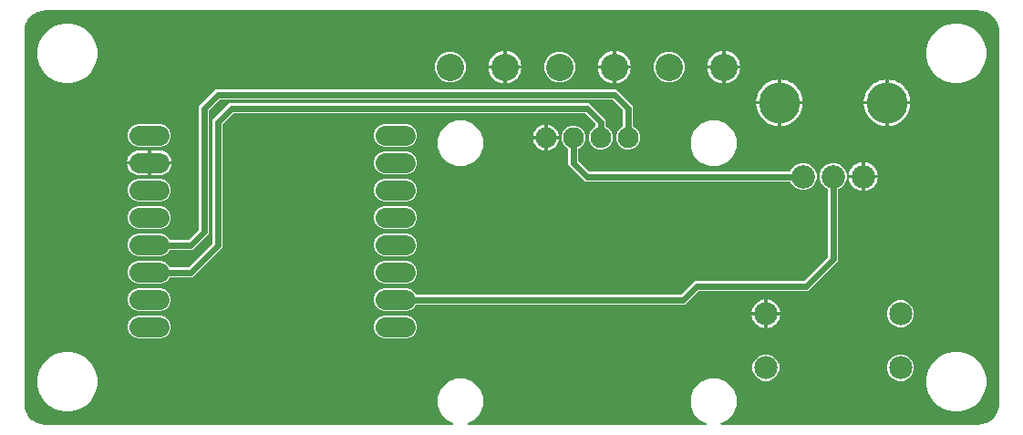
<source format=gbr>
G04 EAGLE Gerber RS-274X export*
G75*
%MOMM*%
%FSLAX34Y34*%
%LPD*%
%INBottom Copper*%
%IPPOS*%
%AMOC8*
5,1,8,0,0,1.08239X$1,22.5*%
G01*
%ADD10C,2.159000*%
%ADD11C,3.810000*%
%ADD12C,2.184400*%
%ADD13C,1.930400*%
%ADD14C,1.828800*%
%ADD15C,2.540000*%
%ADD16C,0.609600*%

G36*
X408724Y10938D02*
X408724Y10938D01*
X408821Y10948D01*
X408845Y10958D01*
X408871Y10962D01*
X408957Y11008D01*
X409046Y11048D01*
X409065Y11065D01*
X409088Y11078D01*
X409155Y11148D01*
X409227Y11214D01*
X409239Y11237D01*
X409257Y11256D01*
X409298Y11344D01*
X409345Y11430D01*
X409350Y11455D01*
X409361Y11479D01*
X409372Y11576D01*
X409389Y11672D01*
X409385Y11698D01*
X409388Y11723D01*
X409368Y11819D01*
X409353Y11915D01*
X409342Y11938D01*
X409336Y11964D01*
X409286Y12047D01*
X409242Y12134D01*
X409223Y12153D01*
X409210Y12175D01*
X409136Y12238D01*
X409066Y12306D01*
X409038Y12322D01*
X409023Y12335D01*
X408992Y12347D01*
X408919Y12387D01*
X403913Y14461D01*
X397961Y20413D01*
X394739Y28191D01*
X394739Y36609D01*
X397961Y44387D01*
X403913Y50339D01*
X411691Y53561D01*
X420109Y53561D01*
X427887Y50339D01*
X433839Y44387D01*
X437061Y36609D01*
X437061Y28191D01*
X433839Y20413D01*
X427887Y14461D01*
X422881Y12387D01*
X422798Y12336D01*
X422712Y12290D01*
X422694Y12271D01*
X422672Y12258D01*
X422610Y12183D01*
X422543Y12112D01*
X422532Y12088D01*
X422515Y12068D01*
X422480Y11977D01*
X422439Y11889D01*
X422436Y11863D01*
X422427Y11839D01*
X422423Y11741D01*
X422412Y11645D01*
X422417Y11619D01*
X422416Y11593D01*
X422443Y11499D01*
X422464Y11404D01*
X422477Y11382D01*
X422485Y11357D01*
X422540Y11277D01*
X422590Y11193D01*
X422610Y11176D01*
X422625Y11155D01*
X422703Y11096D01*
X422777Y11033D01*
X422801Y11023D01*
X422822Y11008D01*
X422915Y10978D01*
X423005Y10941D01*
X423038Y10938D01*
X423056Y10932D01*
X423089Y10932D01*
X423172Y10923D01*
X643628Y10923D01*
X643724Y10938D01*
X643821Y10948D01*
X643845Y10958D01*
X643871Y10962D01*
X643957Y11008D01*
X644046Y11048D01*
X644065Y11065D01*
X644088Y11078D01*
X644155Y11148D01*
X644227Y11214D01*
X644239Y11237D01*
X644257Y11256D01*
X644298Y11344D01*
X644345Y11430D01*
X644350Y11455D01*
X644361Y11479D01*
X644372Y11576D01*
X644389Y11672D01*
X644385Y11698D01*
X644388Y11723D01*
X644368Y11819D01*
X644353Y11915D01*
X644342Y11938D01*
X644336Y11964D01*
X644286Y12047D01*
X644242Y12134D01*
X644223Y12153D01*
X644210Y12175D01*
X644136Y12238D01*
X644066Y12306D01*
X644038Y12322D01*
X644023Y12335D01*
X643992Y12347D01*
X643919Y12387D01*
X638913Y14461D01*
X632961Y20413D01*
X629739Y28191D01*
X629739Y36609D01*
X632961Y44387D01*
X638913Y50339D01*
X646691Y53561D01*
X655109Y53561D01*
X662887Y50339D01*
X668839Y44387D01*
X672061Y36609D01*
X672061Y28191D01*
X668839Y20413D01*
X662887Y14461D01*
X657881Y12387D01*
X657798Y12336D01*
X657712Y12290D01*
X657694Y12271D01*
X657672Y12258D01*
X657610Y12183D01*
X657543Y12112D01*
X657532Y12088D01*
X657515Y12068D01*
X657480Y11977D01*
X657439Y11889D01*
X657436Y11863D01*
X657427Y11839D01*
X657423Y11741D01*
X657412Y11645D01*
X657417Y11619D01*
X657416Y11593D01*
X657443Y11499D01*
X657464Y11404D01*
X657477Y11382D01*
X657485Y11357D01*
X657540Y11277D01*
X657590Y11193D01*
X657610Y11176D01*
X657625Y11155D01*
X657703Y11096D01*
X657777Y11033D01*
X657801Y11023D01*
X657822Y11008D01*
X657915Y10978D01*
X658005Y10941D01*
X658038Y10938D01*
X658056Y10932D01*
X658089Y10932D01*
X658172Y10923D01*
X897100Y10923D01*
X897119Y10926D01*
X897150Y10924D01*
X899540Y11081D01*
X899564Y11086D01*
X899688Y11105D01*
X904306Y12343D01*
X904321Y12349D01*
X904336Y12352D01*
X904490Y12419D01*
X908631Y14810D01*
X908643Y14820D01*
X908657Y14826D01*
X908727Y14881D01*
X908732Y14884D01*
X908737Y14889D01*
X908788Y14931D01*
X912169Y18312D01*
X912179Y18324D01*
X912191Y18334D01*
X912290Y18469D01*
X914681Y22610D01*
X914687Y22625D01*
X914696Y22637D01*
X914757Y22794D01*
X915995Y27412D01*
X915997Y27436D01*
X916019Y27559D01*
X916176Y29950D01*
X916174Y29969D01*
X916177Y30000D01*
X916177Y376400D01*
X916174Y376418D01*
X916176Y376450D01*
X916019Y378840D01*
X916014Y378864D01*
X915995Y378988D01*
X914757Y383606D01*
X914751Y383621D01*
X914748Y383636D01*
X914681Y383790D01*
X912290Y387931D01*
X912280Y387943D01*
X912274Y387957D01*
X912169Y388088D01*
X908788Y391469D01*
X908776Y391479D01*
X908766Y391491D01*
X908631Y391590D01*
X904490Y393981D01*
X904475Y393987D01*
X904463Y393996D01*
X904327Y394049D01*
X904314Y394055D01*
X904311Y394055D01*
X904306Y394057D01*
X899688Y395295D01*
X899664Y395297D01*
X899541Y395319D01*
X897150Y395476D01*
X897131Y395474D01*
X897100Y395477D01*
X30000Y395477D01*
X29981Y395474D01*
X29950Y395476D01*
X27560Y395319D01*
X27536Y395314D01*
X27412Y395295D01*
X22794Y394057D01*
X22779Y394051D01*
X22764Y394048D01*
X22610Y393981D01*
X18469Y391590D01*
X18457Y391580D01*
X18443Y391574D01*
X18312Y391469D01*
X14931Y388088D01*
X14921Y388076D01*
X14909Y388066D01*
X14810Y387931D01*
X12419Y383790D01*
X12413Y383775D01*
X12404Y383763D01*
X12343Y383606D01*
X11105Y378988D01*
X11103Y378964D01*
X11081Y378840D01*
X10924Y376450D01*
X10926Y376431D01*
X10923Y376400D01*
X10923Y30000D01*
X10926Y29981D01*
X10924Y29950D01*
X11081Y27560D01*
X11086Y27536D01*
X11105Y27412D01*
X12343Y22794D01*
X12349Y22779D01*
X12352Y22764D01*
X12419Y22610D01*
X14810Y18469D01*
X14820Y18457D01*
X14826Y18443D01*
X14931Y18312D01*
X18312Y14931D01*
X18324Y14921D01*
X18334Y14909D01*
X18469Y14810D01*
X22610Y12419D01*
X22625Y12413D01*
X22637Y12404D01*
X22794Y12343D01*
X27412Y11105D01*
X27436Y11103D01*
X27560Y11081D01*
X29950Y10924D01*
X29969Y10926D01*
X30000Y10923D01*
X408628Y10923D01*
X408724Y10938D01*
G37*
%LPC*%
G36*
X115734Y167131D02*
X115734Y167131D01*
X111813Y168755D01*
X108811Y171757D01*
X107187Y175678D01*
X107187Y179922D01*
X108811Y183843D01*
X111813Y186845D01*
X115734Y188469D01*
X138266Y188469D01*
X142187Y186845D01*
X145189Y183843D01*
X145603Y182843D01*
X145665Y182743D01*
X145725Y182643D01*
X145729Y182639D01*
X145733Y182634D01*
X145823Y182559D01*
X145911Y182483D01*
X145917Y182481D01*
X145922Y182477D01*
X146031Y182435D01*
X146140Y182391D01*
X146147Y182390D01*
X146152Y182389D01*
X146170Y182388D01*
X146306Y182373D01*
X162891Y182373D01*
X162981Y182387D01*
X163072Y182395D01*
X163101Y182407D01*
X163133Y182412D01*
X163214Y182455D01*
X163298Y182491D01*
X163330Y182517D01*
X163351Y182528D01*
X163373Y182551D01*
X163429Y182596D01*
X173004Y192171D01*
X173057Y192245D01*
X173117Y192315D01*
X173129Y192345D01*
X173148Y192371D01*
X173175Y192458D01*
X173209Y192543D01*
X173213Y192584D01*
X173220Y192606D01*
X173219Y192638D01*
X173227Y192709D01*
X173227Y306694D01*
X188606Y322073D01*
X560694Y322073D01*
X576073Y306694D01*
X576073Y288112D01*
X576092Y287997D01*
X576109Y287881D01*
X576111Y287876D01*
X576112Y287869D01*
X576167Y287767D01*
X576220Y287662D01*
X576225Y287658D01*
X576228Y287652D01*
X576312Y287572D01*
X576396Y287490D01*
X576402Y287486D01*
X576406Y287483D01*
X576423Y287475D01*
X576543Y287409D01*
X577831Y286875D01*
X580975Y283731D01*
X582677Y279623D01*
X582677Y275177D01*
X580975Y271069D01*
X577831Y267925D01*
X573723Y266223D01*
X569277Y266223D01*
X565169Y267925D01*
X562025Y271069D01*
X560323Y275177D01*
X560323Y279623D01*
X562025Y283731D01*
X565169Y286875D01*
X566457Y287409D01*
X566557Y287471D01*
X566657Y287530D01*
X566661Y287535D01*
X566666Y287538D01*
X566741Y287629D01*
X566817Y287717D01*
X566819Y287723D01*
X566823Y287728D01*
X566865Y287836D01*
X566909Y287945D01*
X566910Y287953D01*
X566911Y287958D01*
X566912Y287976D01*
X566927Y288112D01*
X566927Y302591D01*
X566913Y302681D01*
X566905Y302772D01*
X566893Y302801D01*
X566888Y302833D01*
X566845Y302914D01*
X566809Y302998D01*
X566783Y303030D01*
X566772Y303051D01*
X566749Y303073D01*
X566704Y303129D01*
X557129Y312704D01*
X557055Y312757D01*
X556985Y312817D01*
X556955Y312829D01*
X556929Y312848D01*
X556842Y312875D01*
X556757Y312909D01*
X556716Y312913D01*
X556694Y312920D01*
X556662Y312919D01*
X556591Y312927D01*
X192709Y312927D01*
X192619Y312913D01*
X192528Y312905D01*
X192499Y312893D01*
X192467Y312888D01*
X192386Y312845D01*
X192302Y312809D01*
X192270Y312783D01*
X192249Y312772D01*
X192227Y312749D01*
X192171Y312704D01*
X182596Y303129D01*
X182543Y303055D01*
X182483Y302985D01*
X182471Y302955D01*
X182452Y302929D01*
X182425Y302842D01*
X182391Y302757D01*
X182387Y302716D01*
X182380Y302694D01*
X182381Y302662D01*
X182373Y302591D01*
X182373Y188606D01*
X166994Y173227D01*
X146306Y173227D01*
X146192Y173208D01*
X146075Y173191D01*
X146070Y173189D01*
X146064Y173188D01*
X145961Y173133D01*
X145856Y173080D01*
X145852Y173075D01*
X145846Y173072D01*
X145766Y172988D01*
X145684Y172904D01*
X145680Y172898D01*
X145677Y172894D01*
X145669Y172877D01*
X145603Y172757D01*
X145189Y171757D01*
X142187Y168755D01*
X138266Y167131D01*
X115734Y167131D01*
G37*
%LPD*%
%LPC*%
G36*
X115734Y141731D02*
X115734Y141731D01*
X111813Y143355D01*
X108811Y146357D01*
X107187Y150278D01*
X107187Y154522D01*
X108811Y158443D01*
X111813Y161445D01*
X115734Y163069D01*
X138266Y163069D01*
X142187Y161445D01*
X145189Y158443D01*
X145603Y157443D01*
X145665Y157343D01*
X145725Y157243D01*
X145729Y157239D01*
X145733Y157234D01*
X145823Y157159D01*
X145911Y157083D01*
X145917Y157081D01*
X145922Y157077D01*
X146031Y157035D01*
X146140Y156991D01*
X146147Y156990D01*
X146152Y156989D01*
X146170Y156988D01*
X146306Y156973D01*
X162891Y156973D01*
X162981Y156987D01*
X163072Y156995D01*
X163101Y157007D01*
X163133Y157012D01*
X163214Y157055D01*
X163298Y157091D01*
X163330Y157117D01*
X163351Y157128D01*
X163373Y157151D01*
X163429Y157196D01*
X185704Y179471D01*
X185757Y179545D01*
X185817Y179615D01*
X185829Y179645D01*
X185848Y179671D01*
X185875Y179758D01*
X185909Y179843D01*
X185913Y179884D01*
X185920Y179906D01*
X185919Y179938D01*
X185927Y180009D01*
X185927Y293994D01*
X201306Y309373D01*
X535294Y309373D01*
X550673Y293994D01*
X550673Y288112D01*
X550692Y287997D01*
X550709Y287881D01*
X550711Y287876D01*
X550712Y287869D01*
X550767Y287767D01*
X550820Y287662D01*
X550825Y287658D01*
X550828Y287652D01*
X550912Y287572D01*
X550996Y287490D01*
X551002Y287486D01*
X551006Y287483D01*
X551023Y287475D01*
X551143Y287409D01*
X552431Y286875D01*
X555575Y283731D01*
X557277Y279623D01*
X557277Y275177D01*
X555575Y271069D01*
X552431Y267925D01*
X548323Y266223D01*
X543877Y266223D01*
X539769Y267925D01*
X536625Y271069D01*
X534923Y275177D01*
X534923Y279623D01*
X536625Y283731D01*
X539769Y286875D01*
X541057Y287409D01*
X541157Y287471D01*
X541257Y287530D01*
X541261Y287535D01*
X541266Y287538D01*
X541341Y287629D01*
X541417Y287717D01*
X541419Y287723D01*
X541423Y287728D01*
X541465Y287836D01*
X541509Y287945D01*
X541510Y287953D01*
X541511Y287958D01*
X541512Y287976D01*
X541527Y288112D01*
X541527Y289891D01*
X541513Y289981D01*
X541505Y290072D01*
X541493Y290101D01*
X541488Y290133D01*
X541445Y290214D01*
X541409Y290298D01*
X541383Y290330D01*
X541372Y290351D01*
X541349Y290373D01*
X541304Y290429D01*
X531729Y300004D01*
X531655Y300057D01*
X531585Y300117D01*
X531555Y300129D01*
X531529Y300148D01*
X531442Y300175D01*
X531357Y300209D01*
X531316Y300213D01*
X531294Y300220D01*
X531262Y300219D01*
X531191Y300227D01*
X205409Y300227D01*
X205319Y300213D01*
X205228Y300205D01*
X205199Y300193D01*
X205167Y300188D01*
X205086Y300145D01*
X205002Y300109D01*
X204970Y300083D01*
X204949Y300072D01*
X204927Y300049D01*
X204871Y300004D01*
X195296Y290429D01*
X195243Y290355D01*
X195183Y290285D01*
X195171Y290255D01*
X195152Y290229D01*
X195125Y290142D01*
X195091Y290057D01*
X195087Y290016D01*
X195080Y289994D01*
X195081Y289962D01*
X195073Y289891D01*
X195073Y175906D01*
X166994Y147827D01*
X146306Y147827D01*
X146192Y147808D01*
X146075Y147791D01*
X146070Y147789D01*
X146064Y147788D01*
X145961Y147733D01*
X145856Y147680D01*
X145852Y147675D01*
X145846Y147672D01*
X145766Y147588D01*
X145684Y147504D01*
X145680Y147498D01*
X145677Y147494D01*
X145669Y147477D01*
X145603Y147357D01*
X145189Y146357D01*
X142187Y143355D01*
X138266Y141731D01*
X115734Y141731D01*
G37*
%LPD*%
%LPC*%
G36*
X344334Y116331D02*
X344334Y116331D01*
X340413Y117955D01*
X337411Y120957D01*
X335787Y124878D01*
X335787Y129122D01*
X337411Y133043D01*
X340413Y136045D01*
X344334Y137669D01*
X366866Y137669D01*
X370787Y136045D01*
X373789Y133043D01*
X374203Y132043D01*
X374265Y131943D01*
X374325Y131843D01*
X374329Y131839D01*
X374333Y131834D01*
X374423Y131759D01*
X374511Y131683D01*
X374517Y131681D01*
X374522Y131677D01*
X374631Y131635D01*
X374740Y131591D01*
X374747Y131590D01*
X374752Y131589D01*
X374770Y131588D01*
X374906Y131573D01*
X620091Y131573D01*
X620181Y131587D01*
X620272Y131595D01*
X620301Y131607D01*
X620333Y131612D01*
X620414Y131655D01*
X620498Y131691D01*
X620530Y131717D01*
X620551Y131728D01*
X620573Y131751D01*
X620629Y131796D01*
X633106Y144273D01*
X734391Y144273D01*
X734481Y144287D01*
X734572Y144295D01*
X734601Y144307D01*
X734633Y144312D01*
X734714Y144355D01*
X734798Y144391D01*
X734830Y144417D01*
X734851Y144428D01*
X734873Y144451D01*
X734929Y144496D01*
X757204Y166771D01*
X757257Y166845D01*
X757317Y166915D01*
X757329Y166945D01*
X757348Y166971D01*
X757375Y167058D01*
X757409Y167143D01*
X757413Y167184D01*
X757420Y167206D01*
X757419Y167238D01*
X757427Y167309D01*
X757427Y229213D01*
X757408Y229328D01*
X757391Y229444D01*
X757389Y229450D01*
X757388Y229456D01*
X757333Y229559D01*
X757280Y229663D01*
X757275Y229668D01*
X757272Y229673D01*
X757188Y229753D01*
X757104Y229836D01*
X757098Y229839D01*
X757094Y229843D01*
X757077Y229851D01*
X756957Y229917D01*
X754949Y230748D01*
X751448Y234249D01*
X749553Y238824D01*
X749553Y243776D01*
X751448Y248351D01*
X754949Y251852D01*
X759524Y253747D01*
X764476Y253747D01*
X769051Y251852D01*
X772552Y248351D01*
X774447Y243776D01*
X774447Y238824D01*
X772552Y234249D01*
X769051Y230748D01*
X767043Y229917D01*
X766943Y229855D01*
X766843Y229795D01*
X766839Y229790D01*
X766834Y229787D01*
X766759Y229696D01*
X766683Y229608D01*
X766681Y229602D01*
X766677Y229597D01*
X766635Y229489D01*
X766591Y229380D01*
X766590Y229372D01*
X766589Y229368D01*
X766588Y229350D01*
X766573Y229213D01*
X766573Y163206D01*
X738494Y135127D01*
X637209Y135127D01*
X637119Y135113D01*
X637028Y135105D01*
X636999Y135093D01*
X636967Y135088D01*
X636886Y135045D01*
X636802Y135009D01*
X636770Y134983D01*
X636749Y134972D01*
X636727Y134949D01*
X636671Y134904D01*
X624194Y122427D01*
X374906Y122427D01*
X374792Y122408D01*
X374675Y122391D01*
X374670Y122389D01*
X374664Y122388D01*
X374561Y122333D01*
X374456Y122280D01*
X374452Y122275D01*
X374446Y122272D01*
X374366Y122188D01*
X374284Y122104D01*
X374280Y122098D01*
X374277Y122094D01*
X374269Y122077D01*
X374203Y121957D01*
X373789Y120957D01*
X370787Y117955D01*
X366866Y116331D01*
X344334Y116331D01*
G37*
%LPD*%
%LPC*%
G36*
X731584Y228853D02*
X731584Y228853D01*
X727009Y230748D01*
X723508Y234249D01*
X722676Y236257D01*
X722615Y236357D01*
X722555Y236457D01*
X722550Y236461D01*
X722547Y236466D01*
X722457Y236541D01*
X722368Y236617D01*
X722362Y236619D01*
X722357Y236623D01*
X722249Y236665D01*
X722140Y236709D01*
X722132Y236710D01*
X722128Y236711D01*
X722109Y236712D01*
X721973Y236727D01*
X531506Y236727D01*
X516127Y252106D01*
X516127Y266688D01*
X516108Y266803D01*
X516091Y266919D01*
X516089Y266924D01*
X516088Y266931D01*
X516033Y267033D01*
X515980Y267138D01*
X515975Y267142D01*
X515972Y267148D01*
X515889Y267227D01*
X515804Y267310D01*
X515798Y267314D01*
X515794Y267317D01*
X515777Y267325D01*
X515657Y267391D01*
X514369Y267925D01*
X511225Y271069D01*
X509523Y275177D01*
X509523Y279623D01*
X511225Y283731D01*
X514369Y286875D01*
X518477Y288577D01*
X522923Y288577D01*
X527031Y286875D01*
X530175Y283731D01*
X531877Y279623D01*
X531877Y275177D01*
X530175Y271069D01*
X527031Y267925D01*
X525743Y267391D01*
X525643Y267329D01*
X525543Y267270D01*
X525539Y267265D01*
X525534Y267262D01*
X525459Y267171D01*
X525383Y267083D01*
X525381Y267077D01*
X525377Y267072D01*
X525335Y266964D01*
X525291Y266855D01*
X525290Y266847D01*
X525289Y266842D01*
X525288Y266824D01*
X525273Y266688D01*
X525273Y256209D01*
X525287Y256119D01*
X525295Y256028D01*
X525307Y255999D01*
X525312Y255967D01*
X525355Y255886D01*
X525391Y255802D01*
X525417Y255770D01*
X525428Y255749D01*
X525451Y255727D01*
X525496Y255671D01*
X535071Y246096D01*
X535145Y246043D01*
X535215Y245983D01*
X535245Y245971D01*
X535271Y245952D01*
X535358Y245925D01*
X535443Y245891D01*
X535484Y245887D01*
X535506Y245880D01*
X535538Y245881D01*
X535609Y245873D01*
X721973Y245873D01*
X722088Y245892D01*
X722204Y245909D01*
X722210Y245911D01*
X722216Y245912D01*
X722319Y245967D01*
X722423Y246020D01*
X722428Y246025D01*
X722433Y246028D01*
X722513Y246112D01*
X722596Y246196D01*
X722599Y246202D01*
X722603Y246206D01*
X722610Y246223D01*
X722676Y246343D01*
X723508Y248351D01*
X727009Y251852D01*
X731584Y253747D01*
X736536Y253747D01*
X741111Y251852D01*
X744612Y248351D01*
X746507Y243776D01*
X746507Y238824D01*
X744612Y234249D01*
X741111Y230748D01*
X736536Y228853D01*
X731584Y228853D01*
G37*
%LPD*%
%LPC*%
G36*
X47158Y23139D02*
X47158Y23139D01*
X40123Y25024D01*
X33816Y28666D01*
X28666Y33816D01*
X25024Y40123D01*
X23139Y47158D01*
X23139Y54442D01*
X25024Y61477D01*
X28666Y67784D01*
X33816Y72934D01*
X40123Y76576D01*
X47158Y78461D01*
X54442Y78461D01*
X61477Y76576D01*
X67784Y72934D01*
X72934Y67784D01*
X76576Y61477D01*
X78461Y54442D01*
X78461Y47158D01*
X76576Y40123D01*
X72934Y33816D01*
X67784Y28666D01*
X61477Y25024D01*
X54442Y23139D01*
X47158Y23139D01*
G37*
%LPD*%
%LPC*%
G36*
X872658Y327939D02*
X872658Y327939D01*
X865623Y329824D01*
X859316Y333466D01*
X854166Y338616D01*
X850524Y344923D01*
X848639Y351958D01*
X848639Y359242D01*
X850524Y366277D01*
X854166Y372584D01*
X859316Y377734D01*
X865623Y381376D01*
X872658Y383261D01*
X879942Y383261D01*
X886977Y381376D01*
X893284Y377734D01*
X898434Y372584D01*
X902076Y366277D01*
X903961Y359242D01*
X903961Y351958D01*
X902076Y344923D01*
X898434Y338616D01*
X893284Y333466D01*
X886977Y329824D01*
X879942Y327939D01*
X872658Y327939D01*
G37*
%LPD*%
%LPC*%
G36*
X872658Y23139D02*
X872658Y23139D01*
X865623Y25024D01*
X859316Y28666D01*
X854166Y33816D01*
X850524Y40123D01*
X848639Y47158D01*
X848639Y54442D01*
X850524Y61477D01*
X854166Y67784D01*
X859316Y72934D01*
X865623Y76576D01*
X872658Y78461D01*
X879942Y78461D01*
X886977Y76576D01*
X893284Y72934D01*
X898434Y67784D01*
X902076Y61477D01*
X903961Y54442D01*
X903961Y47158D01*
X902076Y40123D01*
X898434Y33816D01*
X893284Y28666D01*
X886977Y25024D01*
X879942Y23139D01*
X872658Y23139D01*
G37*
%LPD*%
%LPC*%
G36*
X47158Y327939D02*
X47158Y327939D01*
X40123Y329824D01*
X33816Y333466D01*
X28666Y338616D01*
X25024Y344923D01*
X23139Y351958D01*
X23139Y359242D01*
X25024Y366277D01*
X28666Y372584D01*
X33816Y377734D01*
X40123Y381376D01*
X47158Y383261D01*
X54442Y383261D01*
X61477Y381376D01*
X67784Y377734D01*
X72934Y372584D01*
X76576Y366277D01*
X78461Y359242D01*
X78461Y351958D01*
X76576Y344923D01*
X72934Y338616D01*
X67784Y333466D01*
X61477Y329824D01*
X54442Y327939D01*
X47158Y327939D01*
G37*
%LPD*%
%LPC*%
G36*
X411691Y251239D02*
X411691Y251239D01*
X403913Y254461D01*
X397961Y260413D01*
X394739Y268191D01*
X394739Y276609D01*
X397961Y284387D01*
X403913Y290339D01*
X411691Y293561D01*
X420109Y293561D01*
X427887Y290339D01*
X433839Y284387D01*
X437061Y276609D01*
X437061Y268191D01*
X433839Y260413D01*
X427887Y254461D01*
X420109Y251239D01*
X411691Y251239D01*
G37*
%LPD*%
%LPC*%
G36*
X646691Y251239D02*
X646691Y251239D01*
X638913Y254461D01*
X632961Y260413D01*
X629739Y268191D01*
X629739Y276609D01*
X632961Y284387D01*
X638913Y290339D01*
X646691Y293561D01*
X655109Y293561D01*
X662887Y290339D01*
X668839Y284387D01*
X672061Y276609D01*
X672061Y268191D01*
X668839Y260413D01*
X662887Y254461D01*
X655109Y251239D01*
X646691Y251239D01*
G37*
%LPD*%
%LPC*%
G36*
X344334Y192531D02*
X344334Y192531D01*
X340413Y194155D01*
X337411Y197157D01*
X335787Y201078D01*
X335787Y205322D01*
X337411Y209243D01*
X340413Y212245D01*
X344334Y213869D01*
X366866Y213869D01*
X370787Y212245D01*
X373789Y209243D01*
X375413Y205322D01*
X375413Y201078D01*
X373789Y197157D01*
X370787Y194155D01*
X366866Y192531D01*
X344334Y192531D01*
G37*
%LPD*%
%LPC*%
G36*
X344334Y167131D02*
X344334Y167131D01*
X340413Y168755D01*
X337411Y171757D01*
X335787Y175678D01*
X335787Y179922D01*
X337411Y183843D01*
X340413Y186845D01*
X344334Y188469D01*
X366866Y188469D01*
X370787Y186845D01*
X373789Y183843D01*
X375413Y179922D01*
X375413Y175678D01*
X373789Y171757D01*
X370787Y168755D01*
X366866Y167131D01*
X344334Y167131D01*
G37*
%LPD*%
%LPC*%
G36*
X115734Y192531D02*
X115734Y192531D01*
X111813Y194155D01*
X108811Y197157D01*
X107187Y201078D01*
X107187Y205322D01*
X108811Y209243D01*
X111813Y212245D01*
X115734Y213869D01*
X138266Y213869D01*
X142187Y212245D01*
X145189Y209243D01*
X146813Y205322D01*
X146813Y201078D01*
X145189Y197157D01*
X142187Y194155D01*
X138266Y192531D01*
X115734Y192531D01*
G37*
%LPD*%
%LPC*%
G36*
X344334Y90931D02*
X344334Y90931D01*
X340413Y92555D01*
X337411Y95557D01*
X335787Y99478D01*
X335787Y103722D01*
X337411Y107643D01*
X340413Y110645D01*
X344334Y112269D01*
X366866Y112269D01*
X370787Y110645D01*
X373789Y107643D01*
X375413Y103722D01*
X375413Y99478D01*
X373789Y95557D01*
X370787Y92555D01*
X366866Y90931D01*
X344334Y90931D01*
G37*
%LPD*%
%LPC*%
G36*
X115734Y217931D02*
X115734Y217931D01*
X111813Y219555D01*
X108811Y222557D01*
X107187Y226478D01*
X107187Y230722D01*
X108811Y234643D01*
X111813Y237645D01*
X115734Y239269D01*
X138266Y239269D01*
X142187Y237645D01*
X145189Y234643D01*
X146813Y230722D01*
X146813Y226478D01*
X145189Y222557D01*
X142187Y219555D01*
X138266Y217931D01*
X115734Y217931D01*
G37*
%LPD*%
%LPC*%
G36*
X344334Y217931D02*
X344334Y217931D01*
X340413Y219555D01*
X337411Y222557D01*
X335787Y226478D01*
X335787Y230722D01*
X337411Y234643D01*
X340413Y237645D01*
X344334Y239269D01*
X366866Y239269D01*
X370787Y237645D01*
X373789Y234643D01*
X375413Y230722D01*
X375413Y226478D01*
X373789Y222557D01*
X370787Y219555D01*
X366866Y217931D01*
X344334Y217931D01*
G37*
%LPD*%
%LPC*%
G36*
X115734Y90931D02*
X115734Y90931D01*
X111813Y92555D01*
X108811Y95557D01*
X107187Y99478D01*
X107187Y103722D01*
X108811Y107643D01*
X111813Y110645D01*
X115734Y112269D01*
X138266Y112269D01*
X142187Y110645D01*
X145189Y107643D01*
X146813Y103722D01*
X146813Y99478D01*
X145189Y95557D01*
X142187Y92555D01*
X138266Y90931D01*
X115734Y90931D01*
G37*
%LPD*%
%LPC*%
G36*
X344334Y243331D02*
X344334Y243331D01*
X340413Y244955D01*
X337411Y247957D01*
X335787Y251878D01*
X335787Y256122D01*
X337411Y260043D01*
X340413Y263045D01*
X344334Y264669D01*
X366866Y264669D01*
X370787Y263045D01*
X373789Y260043D01*
X375413Y256122D01*
X375413Y251878D01*
X373789Y247957D01*
X370787Y244955D01*
X366866Y243331D01*
X344334Y243331D01*
G37*
%LPD*%
%LPC*%
G36*
X344334Y141731D02*
X344334Y141731D01*
X340413Y143355D01*
X337411Y146357D01*
X335787Y150278D01*
X335787Y154522D01*
X337411Y158443D01*
X340413Y161445D01*
X344334Y163069D01*
X366866Y163069D01*
X370787Y161445D01*
X373789Y158443D01*
X375413Y154522D01*
X375413Y150278D01*
X373789Y146357D01*
X370787Y143355D01*
X366866Y141731D01*
X344334Y141731D01*
G37*
%LPD*%
%LPC*%
G36*
X115734Y268731D02*
X115734Y268731D01*
X111813Y270355D01*
X108811Y273357D01*
X107187Y277278D01*
X107187Y281522D01*
X108811Y285443D01*
X111813Y288445D01*
X115734Y290069D01*
X138266Y290069D01*
X142187Y288445D01*
X145189Y285443D01*
X146813Y281522D01*
X146813Y277278D01*
X145189Y273357D01*
X142187Y270355D01*
X138266Y268731D01*
X115734Y268731D01*
G37*
%LPD*%
%LPC*%
G36*
X344334Y268731D02*
X344334Y268731D01*
X340413Y270355D01*
X337411Y273357D01*
X335787Y277278D01*
X335787Y281522D01*
X337411Y285443D01*
X340413Y288445D01*
X344334Y290069D01*
X366866Y290069D01*
X370787Y288445D01*
X373789Y285443D01*
X375413Y281522D01*
X375413Y277278D01*
X373789Y273357D01*
X370787Y270355D01*
X366866Y268731D01*
X344334Y268731D01*
G37*
%LPD*%
%LPC*%
G36*
X115734Y116331D02*
X115734Y116331D01*
X111813Y117955D01*
X108811Y120957D01*
X107187Y124878D01*
X107187Y129122D01*
X108811Y133043D01*
X111813Y136045D01*
X115734Y137669D01*
X138266Y137669D01*
X142187Y136045D01*
X145189Y133043D01*
X146813Y129122D01*
X146813Y124878D01*
X145189Y120957D01*
X142187Y117955D01*
X138266Y116331D01*
X115734Y116331D01*
G37*
%LPD*%
%LPC*%
G36*
X403571Y328675D02*
X403571Y328675D01*
X398342Y330841D01*
X394341Y334842D01*
X392175Y340071D01*
X392175Y345729D01*
X394341Y350958D01*
X398342Y354959D01*
X403571Y357125D01*
X409229Y357125D01*
X414458Y354959D01*
X418459Y350958D01*
X420625Y345729D01*
X420625Y340071D01*
X418459Y334842D01*
X414458Y330841D01*
X409229Y328675D01*
X403571Y328675D01*
G37*
%LPD*%
%LPC*%
G36*
X505171Y328675D02*
X505171Y328675D01*
X499942Y330841D01*
X495941Y334842D01*
X493775Y340071D01*
X493775Y345729D01*
X495941Y350958D01*
X499942Y354959D01*
X505171Y357125D01*
X510829Y357125D01*
X516058Y354959D01*
X520059Y350958D01*
X522225Y345729D01*
X522225Y340071D01*
X520059Y334842D01*
X516058Y330841D01*
X510829Y328675D01*
X505171Y328675D01*
G37*
%LPD*%
%LPC*%
G36*
X606771Y328675D02*
X606771Y328675D01*
X601542Y330841D01*
X597541Y334842D01*
X595375Y340071D01*
X595375Y345729D01*
X597541Y350958D01*
X601542Y354959D01*
X606771Y357125D01*
X612429Y357125D01*
X617658Y354959D01*
X621659Y350958D01*
X623825Y345729D01*
X623825Y340071D01*
X621659Y334842D01*
X617658Y330841D01*
X612429Y328675D01*
X606771Y328675D01*
G37*
%LPD*%
%LPC*%
G36*
X697049Y51580D02*
X697049Y51580D01*
X692521Y53456D01*
X689056Y56921D01*
X687180Y61449D01*
X687180Y66351D01*
X689056Y70879D01*
X692521Y74344D01*
X697049Y76220D01*
X701951Y76220D01*
X706479Y74344D01*
X709944Y70879D01*
X711820Y66351D01*
X711820Y61449D01*
X709944Y56921D01*
X706479Y53456D01*
X701951Y51580D01*
X697049Y51580D01*
G37*
%LPD*%
%LPC*%
G36*
X822049Y101580D02*
X822049Y101580D01*
X817521Y103456D01*
X814056Y106921D01*
X812180Y111449D01*
X812180Y116351D01*
X814056Y120879D01*
X817521Y124344D01*
X822049Y126220D01*
X826951Y126220D01*
X831479Y124344D01*
X834944Y120879D01*
X836820Y116351D01*
X836820Y111449D01*
X834944Y106921D01*
X831479Y103456D01*
X826951Y101580D01*
X822049Y101580D01*
G37*
%LPD*%
%LPC*%
G36*
X822049Y51580D02*
X822049Y51580D01*
X817521Y53456D01*
X814056Y56921D01*
X812180Y61449D01*
X812180Y66351D01*
X814056Y70879D01*
X817521Y74344D01*
X822049Y76220D01*
X826951Y76220D01*
X831479Y74344D01*
X834944Y70879D01*
X836820Y66351D01*
X836820Y61449D01*
X834944Y56921D01*
X831479Y53456D01*
X826951Y51580D01*
X822049Y51580D01*
G37*
%LPD*%
%LPC*%
G36*
X713523Y311323D02*
X713523Y311323D01*
X713523Y331376D01*
X716221Y331021D01*
X718955Y330289D01*
X721570Y329206D01*
X724021Y327791D01*
X726266Y326068D01*
X728268Y324066D01*
X729991Y321821D01*
X731406Y319370D01*
X732489Y316755D01*
X733221Y314021D01*
X733576Y311323D01*
X713523Y311323D01*
G37*
%LPD*%
%LPC*%
G36*
X813523Y311323D02*
X813523Y311323D01*
X813523Y331376D01*
X816221Y331021D01*
X818955Y330289D01*
X821570Y329206D01*
X824021Y327791D01*
X826266Y326068D01*
X828268Y324066D01*
X829991Y321821D01*
X831406Y319370D01*
X832489Y316755D01*
X833221Y314021D01*
X833576Y311323D01*
X813523Y311323D01*
G37*
%LPD*%
%LPC*%
G36*
X790424Y311323D02*
X790424Y311323D01*
X790779Y314021D01*
X791511Y316755D01*
X792594Y319370D01*
X794009Y321821D01*
X795732Y324066D01*
X797734Y326068D01*
X799979Y327791D01*
X802430Y329206D01*
X805045Y330289D01*
X807779Y331021D01*
X810477Y331376D01*
X810477Y311323D01*
X790424Y311323D01*
G37*
%LPD*%
%LPC*%
G36*
X813523Y308277D02*
X813523Y308277D01*
X833576Y308277D01*
X833221Y305579D01*
X832489Y302845D01*
X831406Y300230D01*
X829991Y297779D01*
X828268Y295534D01*
X826266Y293532D01*
X824021Y291809D01*
X821570Y290394D01*
X818955Y289311D01*
X816221Y288579D01*
X813523Y288224D01*
X813523Y308277D01*
G37*
%LPD*%
%LPC*%
G36*
X690424Y311323D02*
X690424Y311323D01*
X690779Y314021D01*
X691511Y316755D01*
X692594Y319370D01*
X694009Y321821D01*
X695732Y324066D01*
X697734Y326068D01*
X699979Y327791D01*
X702430Y329206D01*
X705045Y330289D01*
X707779Y331021D01*
X710477Y331376D01*
X710477Y311323D01*
X690424Y311323D01*
G37*
%LPD*%
%LPC*%
G36*
X713523Y308277D02*
X713523Y308277D01*
X733576Y308277D01*
X733221Y305579D01*
X732489Y302845D01*
X731406Y300230D01*
X729991Y297779D01*
X728268Y295534D01*
X726266Y293532D01*
X724021Y291809D01*
X721570Y290394D01*
X718955Y289311D01*
X716221Y288579D01*
X713523Y288224D01*
X713523Y308277D01*
G37*
%LPD*%
%LPC*%
G36*
X707779Y288579D02*
X707779Y288579D01*
X705045Y289311D01*
X702430Y290394D01*
X699979Y291809D01*
X697734Y293532D01*
X695732Y295534D01*
X694009Y297779D01*
X692594Y300230D01*
X691511Y302845D01*
X690779Y305579D01*
X690424Y308277D01*
X710477Y308277D01*
X710477Y288224D01*
X707779Y288579D01*
G37*
%LPD*%
%LPC*%
G36*
X807779Y288579D02*
X807779Y288579D01*
X805045Y289311D01*
X802430Y290394D01*
X799979Y291809D01*
X797734Y293532D01*
X795732Y295534D01*
X794009Y297779D01*
X792594Y300230D01*
X791511Y302845D01*
X790779Y305579D01*
X790424Y308277D01*
X810477Y308277D01*
X810477Y288224D01*
X807779Y288579D01*
G37*
%LPD*%
%LPC*%
G36*
X128523Y255523D02*
X128523Y255523D01*
X128523Y265685D01*
X137064Y265685D01*
X138880Y265397D01*
X140629Y264829D01*
X142268Y263994D01*
X143756Y262913D01*
X145057Y261612D01*
X146138Y260124D01*
X146973Y258485D01*
X147541Y256736D01*
X147733Y255523D01*
X128523Y255523D01*
G37*
%LPD*%
%LPC*%
G36*
X106267Y255523D02*
X106267Y255523D01*
X106459Y256736D01*
X107027Y258485D01*
X107862Y260124D01*
X108943Y261612D01*
X110244Y262913D01*
X111732Y263994D01*
X113371Y264829D01*
X115120Y265397D01*
X116936Y265685D01*
X125477Y265685D01*
X125477Y255523D01*
X106267Y255523D01*
G37*
%LPD*%
%LPC*%
G36*
X128523Y242315D02*
X128523Y242315D01*
X128523Y252477D01*
X147733Y252477D01*
X147541Y251264D01*
X146973Y249515D01*
X146138Y247876D01*
X145057Y246388D01*
X143756Y245087D01*
X142268Y244006D01*
X140629Y243171D01*
X138880Y242603D01*
X137064Y242315D01*
X128523Y242315D01*
G37*
%LPD*%
%LPC*%
G36*
X116936Y242315D02*
X116936Y242315D01*
X115120Y242603D01*
X113371Y243171D01*
X111732Y244006D01*
X110244Y245087D01*
X108943Y246388D01*
X107862Y247876D01*
X107027Y249515D01*
X106459Y251264D01*
X106267Y252477D01*
X125477Y252477D01*
X125477Y242315D01*
X116936Y242315D01*
G37*
%LPD*%
%LPC*%
G36*
X560323Y344423D02*
X560323Y344423D01*
X560323Y358089D01*
X562369Y357765D01*
X564650Y357024D01*
X566788Y355935D01*
X568729Y354525D01*
X570425Y352829D01*
X571835Y350888D01*
X572924Y348750D01*
X573665Y346469D01*
X573989Y344423D01*
X560323Y344423D01*
G37*
%LPD*%
%LPC*%
G36*
X661923Y344423D02*
X661923Y344423D01*
X661923Y358089D01*
X663969Y357765D01*
X666250Y357024D01*
X668388Y355935D01*
X670329Y354525D01*
X672025Y352829D01*
X673435Y350888D01*
X674524Y348750D01*
X675265Y346469D01*
X675589Y344423D01*
X661923Y344423D01*
G37*
%LPD*%
%LPC*%
G36*
X458723Y344423D02*
X458723Y344423D01*
X458723Y358089D01*
X460769Y357765D01*
X463050Y357024D01*
X465188Y355935D01*
X467129Y354525D01*
X468825Y352829D01*
X470235Y350888D01*
X471324Y348750D01*
X472065Y346469D01*
X472389Y344423D01*
X458723Y344423D01*
G37*
%LPD*%
%LPC*%
G36*
X645211Y344423D02*
X645211Y344423D01*
X645535Y346469D01*
X646276Y348750D01*
X647365Y350888D01*
X648775Y352829D01*
X650471Y354525D01*
X652412Y355935D01*
X654550Y357024D01*
X656831Y357765D01*
X658877Y358089D01*
X658877Y344423D01*
X645211Y344423D01*
G37*
%LPD*%
%LPC*%
G36*
X560323Y341377D02*
X560323Y341377D01*
X573989Y341377D01*
X573665Y339331D01*
X572924Y337050D01*
X571835Y334912D01*
X570425Y332971D01*
X568729Y331275D01*
X566788Y329865D01*
X564650Y328776D01*
X562369Y328035D01*
X560323Y327711D01*
X560323Y341377D01*
G37*
%LPD*%
%LPC*%
G36*
X442011Y344423D02*
X442011Y344423D01*
X442335Y346469D01*
X443076Y348750D01*
X444165Y350888D01*
X445575Y352829D01*
X447271Y354525D01*
X449212Y355935D01*
X451350Y357024D01*
X453631Y357765D01*
X455677Y358089D01*
X455677Y344423D01*
X442011Y344423D01*
G37*
%LPD*%
%LPC*%
G36*
X458723Y341377D02*
X458723Y341377D01*
X472389Y341377D01*
X472065Y339331D01*
X471324Y337050D01*
X470235Y334912D01*
X468825Y332971D01*
X467129Y331275D01*
X465188Y329865D01*
X463050Y328776D01*
X460769Y328035D01*
X458723Y327711D01*
X458723Y341377D01*
G37*
%LPD*%
%LPC*%
G36*
X543611Y344423D02*
X543611Y344423D01*
X543935Y346469D01*
X544676Y348750D01*
X545765Y350888D01*
X547175Y352829D01*
X548871Y354525D01*
X550812Y355935D01*
X552950Y357024D01*
X555231Y357765D01*
X557277Y358089D01*
X557277Y344423D01*
X543611Y344423D01*
G37*
%LPD*%
%LPC*%
G36*
X661923Y341377D02*
X661923Y341377D01*
X675589Y341377D01*
X675265Y339331D01*
X674524Y337050D01*
X673435Y334912D01*
X672025Y332971D01*
X670329Y331275D01*
X668388Y329865D01*
X666250Y328776D01*
X663969Y328035D01*
X661923Y327711D01*
X661923Y341377D01*
G37*
%LPD*%
%LPC*%
G36*
X656831Y328035D02*
X656831Y328035D01*
X654550Y328776D01*
X652412Y329865D01*
X650471Y331275D01*
X648775Y332971D01*
X647365Y334912D01*
X646276Y337050D01*
X645535Y339331D01*
X645211Y341377D01*
X658877Y341377D01*
X658877Y327711D01*
X656831Y328035D01*
G37*
%LPD*%
%LPC*%
G36*
X555231Y328035D02*
X555231Y328035D01*
X552950Y328776D01*
X550812Y329865D01*
X548871Y331275D01*
X547175Y332971D01*
X545765Y334912D01*
X544676Y337050D01*
X543935Y339331D01*
X543611Y341377D01*
X557277Y341377D01*
X557277Y327711D01*
X555231Y328035D01*
G37*
%LPD*%
%LPC*%
G36*
X453631Y328035D02*
X453631Y328035D01*
X451350Y328776D01*
X449212Y329865D01*
X447271Y331275D01*
X445575Y332971D01*
X444165Y334912D01*
X443076Y337050D01*
X442335Y339331D01*
X442011Y341377D01*
X455677Y341377D01*
X455677Y327711D01*
X453631Y328035D01*
G37*
%LPD*%
%LPC*%
G36*
X791463Y242823D02*
X791463Y242823D01*
X791463Y254689D01*
X793092Y254431D01*
X795108Y253776D01*
X796996Y252814D01*
X798710Y251569D01*
X800209Y250070D01*
X801454Y248356D01*
X802416Y246468D01*
X803071Y244452D01*
X803329Y242823D01*
X791463Y242823D01*
G37*
%LPD*%
%LPC*%
G36*
X776551Y242823D02*
X776551Y242823D01*
X776809Y244452D01*
X777464Y246468D01*
X778426Y248356D01*
X779671Y250070D01*
X781170Y251569D01*
X782884Y252814D01*
X784772Y253776D01*
X786788Y254431D01*
X788417Y254689D01*
X788417Y242823D01*
X776551Y242823D01*
G37*
%LPD*%
%LPC*%
G36*
X791463Y239777D02*
X791463Y239777D01*
X803329Y239777D01*
X803071Y238148D01*
X802416Y236132D01*
X801454Y234244D01*
X800209Y232530D01*
X798710Y231031D01*
X796996Y229786D01*
X795108Y228824D01*
X793092Y228169D01*
X791463Y227911D01*
X791463Y239777D01*
G37*
%LPD*%
%LPC*%
G36*
X786788Y228169D02*
X786788Y228169D01*
X784772Y228824D01*
X782884Y229786D01*
X781170Y231031D01*
X779671Y232530D01*
X778426Y234244D01*
X777464Y236132D01*
X776809Y238148D01*
X776551Y239777D01*
X788417Y239777D01*
X788417Y227911D01*
X786788Y228169D01*
G37*
%LPD*%
%LPC*%
G36*
X701023Y115423D02*
X701023Y115423D01*
X701023Y127161D01*
X702623Y126907D01*
X704619Y126259D01*
X706489Y125306D01*
X708188Y124072D01*
X709672Y122588D01*
X710906Y120889D01*
X711859Y119019D01*
X712507Y117023D01*
X712761Y115423D01*
X701023Y115423D01*
G37*
%LPD*%
%LPC*%
G36*
X686239Y115423D02*
X686239Y115423D01*
X686493Y117023D01*
X687141Y119019D01*
X688094Y120889D01*
X689328Y122588D01*
X690812Y124072D01*
X692511Y125306D01*
X694381Y126259D01*
X696377Y126907D01*
X697977Y127161D01*
X697977Y115423D01*
X686239Y115423D01*
G37*
%LPD*%
%LPC*%
G36*
X701023Y112377D02*
X701023Y112377D01*
X712761Y112377D01*
X712507Y110777D01*
X711859Y108781D01*
X710906Y106911D01*
X709672Y105212D01*
X708188Y103728D01*
X706489Y102494D01*
X704619Y101541D01*
X702623Y100893D01*
X701023Y100639D01*
X701023Y112377D01*
G37*
%LPD*%
%LPC*%
G36*
X696377Y100893D02*
X696377Y100893D01*
X694381Y101541D01*
X692511Y102494D01*
X690812Y103728D01*
X689328Y105212D01*
X688094Y106911D01*
X687141Y108781D01*
X686493Y110777D01*
X686239Y112377D01*
X697977Y112377D01*
X697977Y100639D01*
X696377Y100893D01*
G37*
%LPD*%
%LPC*%
G36*
X496823Y278923D02*
X496823Y278923D01*
X496823Y289503D01*
X498155Y289293D01*
X499980Y288699D01*
X501690Y287828D01*
X503243Y286700D01*
X504600Y285343D01*
X505728Y283790D01*
X506599Y282080D01*
X507193Y280255D01*
X507403Y278923D01*
X496823Y278923D01*
G37*
%LPD*%
%LPC*%
G36*
X496823Y275877D02*
X496823Y275877D01*
X507403Y275877D01*
X507193Y274545D01*
X506599Y272720D01*
X505728Y271010D01*
X504600Y269457D01*
X503243Y268100D01*
X501690Y266972D01*
X499980Y266101D01*
X498155Y265507D01*
X496823Y265297D01*
X496823Y275877D01*
G37*
%LPD*%
%LPC*%
G36*
X483197Y278923D02*
X483197Y278923D01*
X483407Y280255D01*
X484001Y282080D01*
X484872Y283790D01*
X486000Y285343D01*
X487357Y286700D01*
X488910Y287828D01*
X490620Y288699D01*
X492445Y289293D01*
X493777Y289503D01*
X493777Y278923D01*
X483197Y278923D01*
G37*
%LPD*%
%LPC*%
G36*
X492445Y265507D02*
X492445Y265507D01*
X490620Y266101D01*
X488910Y266972D01*
X487357Y268100D01*
X486000Y269457D01*
X484872Y271010D01*
X484001Y272720D01*
X483407Y274545D01*
X483197Y275877D01*
X493777Y275877D01*
X493777Y265297D01*
X492445Y265507D01*
G37*
%LPD*%
%LPC*%
G36*
X699499Y113899D02*
X699499Y113899D01*
X699499Y113901D01*
X699501Y113901D01*
X699501Y113899D01*
X699499Y113899D01*
G37*
%LPD*%
%LPC*%
G36*
X660399Y342899D02*
X660399Y342899D01*
X660399Y342901D01*
X660401Y342901D01*
X660401Y342899D01*
X660399Y342899D01*
G37*
%LPD*%
%LPC*%
G36*
X126999Y253999D02*
X126999Y253999D01*
X126999Y254001D01*
X127001Y254001D01*
X127001Y253999D01*
X126999Y253999D01*
G37*
%LPD*%
%LPC*%
G36*
X558799Y342899D02*
X558799Y342899D01*
X558799Y342901D01*
X558801Y342901D01*
X558801Y342899D01*
X558799Y342899D01*
G37*
%LPD*%
%LPC*%
G36*
X789939Y241299D02*
X789939Y241299D01*
X789939Y241301D01*
X789941Y241301D01*
X789941Y241299D01*
X789939Y241299D01*
G37*
%LPD*%
%LPC*%
G36*
X495299Y277399D02*
X495299Y277399D01*
X495299Y277401D01*
X495301Y277401D01*
X495301Y277399D01*
X495299Y277399D01*
G37*
%LPD*%
%LPC*%
G36*
X457199Y342899D02*
X457199Y342899D01*
X457199Y342901D01*
X457201Y342901D01*
X457201Y342899D01*
X457199Y342899D01*
G37*
%LPD*%
%LPC*%
G36*
X811999Y309799D02*
X811999Y309799D01*
X811999Y309801D01*
X812001Y309801D01*
X812001Y309799D01*
X811999Y309799D01*
G37*
%LPD*%
%LPC*%
G36*
X711999Y309799D02*
X711999Y309799D01*
X711999Y309801D01*
X712001Y309801D01*
X712001Y309799D01*
X711999Y309799D01*
G37*
%LPD*%
D10*
X824500Y63900D03*
X824500Y113900D03*
X699500Y113900D03*
X699500Y63900D03*
D11*
X712000Y309800D03*
X812000Y309800D03*
D12*
X762000Y241300D03*
X734060Y241300D03*
X789940Y241300D03*
D13*
X520700Y277400D03*
X546100Y277400D03*
X571500Y277400D03*
X495300Y277400D03*
D14*
X136144Y279400D02*
X117856Y279400D01*
X117856Y254000D02*
X136144Y254000D01*
X136144Y228600D02*
X117856Y228600D01*
X117856Y203200D02*
X136144Y203200D01*
X136144Y177800D02*
X117856Y177800D01*
X117856Y152400D02*
X136144Y152400D01*
X136144Y127000D02*
X117856Y127000D01*
X117856Y101600D02*
X136144Y101600D01*
X346456Y279400D02*
X364744Y279400D01*
X364744Y254000D02*
X346456Y254000D01*
X346456Y228600D02*
X364744Y228600D01*
X364744Y203200D02*
X346456Y203200D01*
X346456Y177800D02*
X364744Y177800D01*
X364744Y152400D02*
X346456Y152400D01*
X346456Y127000D02*
X364744Y127000D01*
X364744Y101600D02*
X346456Y101600D01*
D15*
X609600Y342900D03*
X660400Y342900D03*
X508000Y342900D03*
X558800Y342900D03*
X406400Y342900D03*
X457200Y342900D03*
D16*
X520700Y277400D02*
X520700Y254000D01*
X533400Y241300D01*
X734060Y241300D01*
X165100Y152400D02*
X127000Y152400D01*
X165100Y152400D02*
X190500Y177800D01*
X190500Y292100D01*
X203200Y304800D01*
X533400Y304800D01*
X546100Y292100D01*
X546100Y277400D01*
X165100Y177800D02*
X127000Y177800D01*
X165100Y177800D02*
X177800Y190500D01*
X177800Y304800D01*
X190500Y317500D01*
X558800Y317500D01*
X571500Y304800D01*
X571500Y277400D01*
X762000Y241300D02*
X762000Y165100D01*
X736600Y139700D01*
X635000Y139700D02*
X622300Y127000D01*
X355600Y127000D01*
X635000Y139700D02*
X736600Y139700D01*
M02*

</source>
